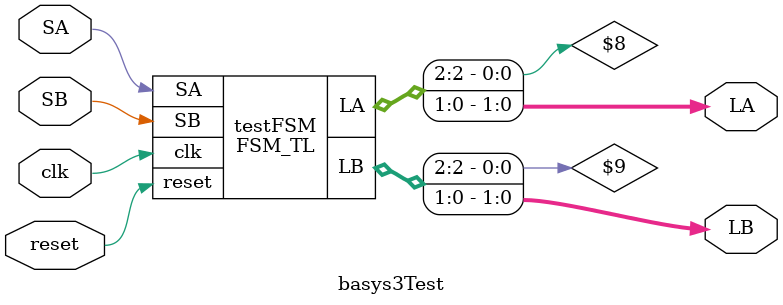
<source format=sv>
`timescale 1ns/1ps
module FSM_TL (input logic clk, reset, SA, SB, output logic [2:0] LA, LB);

typedef enum logic [2:0] {S0,S1,S2,S3,S4,S5,S6,S7} statetype;
statetype [2:0] state, nextstate;
logic clkDiv;

//clockDivider div (clk, clkDiv); //other
assign clkDiv = clk; //simulation

//state register
always_ff@(posedge clkDiv, posedge reset)
    if(reset) state <= S0;
    else      state <= nextstate;

//next state logic
always_comb
    case(state)
        S0: if(SA) nextstate <= S0;
            else nextstate <= S1;
        S1: nextstate <= S2;
        S2: nextstate <= S3;
        S3: nextstate <= S4;
        S4: if(SB) nextstate <= S4;
            else nextstate <= S5;
        S5: nextstate <= S6;
        S6: nextstate <= S7;
        S7: nextstate <= S0;     
    endcase

//output logic
always_comb
    case(state)
        S0: begin
            LA <= 3'b011; //green 011 red 111 yellow 001
            LB <= 3'b111;
        end
        S1: begin
            LA <= 3'b001;
            LB <= 3'b111;
        end
        S2: begin
            LA <= 3'b111;
            LB <= 3'b111;
        end
        S3: begin
            LA <= 3'b111;
            LB <= 3'b001;
        end
        S4: begin
            LA <= 3'b111;
            LB <= 3'b011;
        end
        S5: begin
            LA <= 3'b111;
            LB <= 3'b001;
        end
        S6: begin
            LA <= 3'b111;
            LB <= 3'b111;
        end
        S7: begin
            LA <= 3'b001;
            LB <= 3'b111;
        end
    endcase
endmodule

`timescale 1ns/1ps
module clockDivider (input logic clk, output logic clkDivider);

    logic [31:0] count;
    always @(posedge clk) 
    begin
        if(count == 149999999)
            count <= 32'b0;
        else
            count <= count+1;
    end
    always @(posedge clk) 
    begin
        if(count == 149999999)
            clkDivider <= ~clkDivider;
        else
            clkDivider <= clkDivider;
    end
endmodule

//testbench for simulation part
`timescale 1ns/1ps
module FSM_TestBench();
    logic clk, reset, SA, SB;
    logic [2:0] LA, LB;
    FSM_TL testFSM(clk, reset, SA, SB, LA, LB);
    initial 
        begin
            clk <= 0;
            reset = 1; SA = 1; SB = 1; #4;
            //reset active
            reset = 1; #4;
            for(int i = 0; i < 4; i++) 
            begin
                SB = 0; #4;
                SB = 1; SA = 0; #4;
                SA = i; SB = i; #8; //to prove that transitions are input independent
                SB = 1; #4;
                SA = ~SA; #4;
                SB = 0; #4;
                SA = i; SB = i; #8;
                SA = 1; SB = 1; #4;
            end
            //reset inactive
            reset = 0; #4;
            for(int i = 0; i < 4; i++) 
            begin
                SB = 0; #4;
                SB = 1; SA = 0; #4;
                SA = i; SB = i; #8; //to prove that transitions are input independent
                SB = 1; #4;
                SA = ~SA; #4;
                SB = 0; #4;
                SA = i; SB = i; #8;
                SA = 1; SB = 1; #4;
            end
        end
    always #2 clk <= ~clk;
endmodule

module basys3Test (input logic clk, reset, SA, SB, output logic [1:0] LA, LB);
    FSM_TL testFSM(clk, reset, SA, SB, LA, LB);
endmodule
</source>
